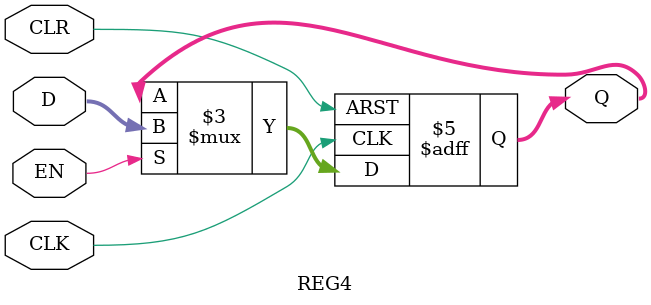
<source format=v>
`timescale 1ps / 1ps

module REG4 ( Q ,CLR ,CLK ,EN ,D );

input CLR ;
wire CLR ;
input CLK ;
wire CLK ;
input EN ;
wire EN ;
input [3:0] D ;
wire [3:0] D ;

output [3:0] Q ;
reg [3:0] Q ;

//}} End of automatically maintained section

// -- Enter your statements here -- //

always @(posedge CLK or posedge CLR) begin
  if(CLR) Q = 4'd0;
  else
    if(EN) Q = D;   
end

endmodule

</source>
